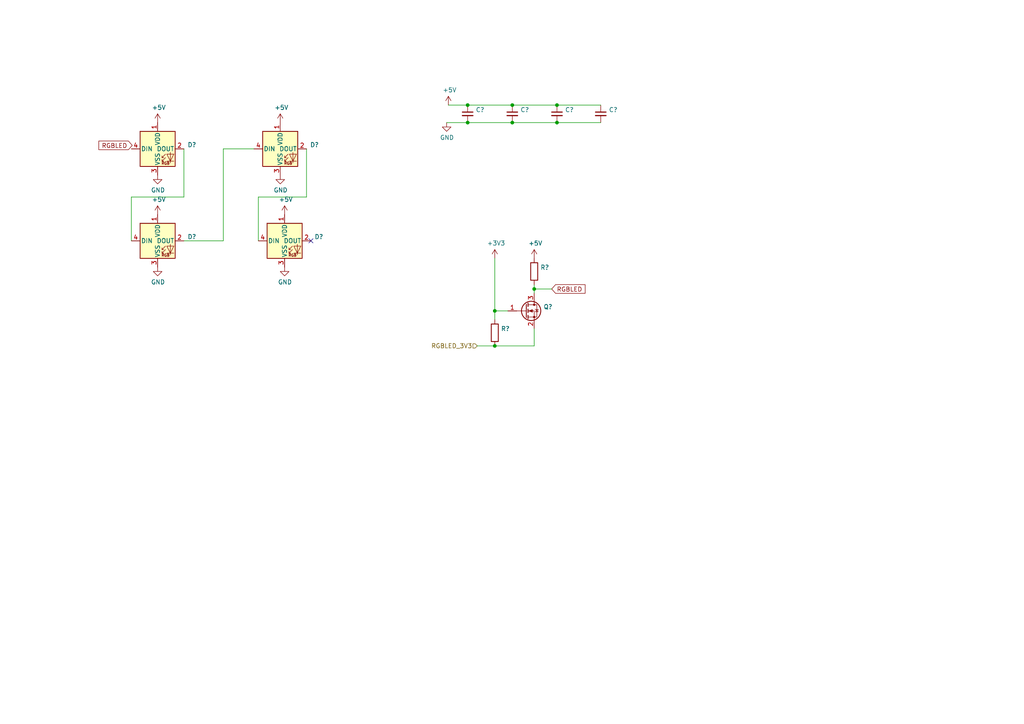
<source format=kicad_sch>
(kicad_sch (version 20211123) (generator eeschema)
  (paper "A4")
  (lib_symbols
    (symbol "Device:C_Small" (pin_numbers hide) (pin_names (offset 0.254) hide)
      (property "Reference" "C" (at 0.254 1.778 0))
      (property "Value" "C_Small" (at 0.254 -2.032 0))
      (symbol "C_Small_0_1"
        (polyline (pts (xy -1.524 -0.508) (xy 1.524 -0.508)) (stroke (width 0.3302)))
        (polyline (pts (xy -1.524 0.508) (xy 1.524 0.508)) (stroke (width 0.3048)))
      )
      (symbol "C_Small_1_1"
        (pin passive line (at 0 2.54 270) (length 2.032) (name "~") (number "1"))
        (pin passive line (at 0 -2.54 90) (length 2.032) (name "~") (number "2"))
      )
    )
    (symbol "Device:R" (pin_numbers hide) (pin_names (offset 0))
      (property "Reference" "R" (at 2.032 0 90))
      (property "Value" "R" (at 0 0 90))
      (symbol "R_0_1"
        (rectangle (start -1.016 -2.54) (end 1.016 2.54) (stroke (width 0.254)))
      )
      (symbol "R_1_1"
        (pin passive line (at 0 3.81 270) (length 1.27) (name "~") (number "1"))
        (pin passive line (at 0 -3.81 90) (length 1.27) (name "~") (number "2"))
      )
    )
    (symbol "LED:WS2812B" (pin_names (offset 0.254))
      (property "Reference" "D" (at 5.08 5.715 0))
      (property "Value" "WS2812B" (at 1.27 -5.715 0))
      (symbol "WS2812B_0_0"
        (text "RGB" (at 2.286 -4.191 0) (effects (font (size 0.762 0.762))))
      )
      (symbol "WS2812B_0_1"
        (polyline (pts (xy 1.27 -3.556) (xy 1.778 -3.556)))
        (polyline (pts (xy 1.27 -2.54) (xy 1.778 -2.54)))
        (polyline (pts (xy 4.699 -3.556) (xy 2.667 -3.556)))
        (polyline (pts (xy 2.286 -2.54) (xy 1.27 -3.556) (xy 1.27 -3.048)))
        (polyline (pts (xy 2.286 -1.524) (xy 1.27 -2.54) (xy 1.27 -2.032)))
        (polyline (pts (xy 3.683 -1.016) (xy 3.683 -3.556) (xy 3.683 -4.064)))
        (polyline (pts (xy 4.699 -1.524) (xy 2.667 -1.524) (xy 3.683 -3.556) (xy 4.699 -1.524)))
        (rectangle (start 5.08 5.08) (end -5.08 -5.08) (stroke (width 0.254)) (fill (type background)))
      )
      (symbol "WS2812B_1_1"
        (pin power_in line (at 0 7.62 270) (length 2.54) (name "VDD") (number "1"))
        (pin output line (at 7.62 0 180) (length 2.54) (name "DOUT") (number "2"))
        (pin power_in line (at 0 -7.62 90) (length 2.54) (name "VSS") (number "3"))
        (pin input line (at -7.62 0 0) (length 2.54) (name "DIN") (number "4"))
      )
    )
    (symbol "Transistor_FET:BSS138" (pin_names hide)
      (property "Reference" "Q" (at 5.08 1.905 0))
      (property "Value" "BSS138" (at 5.08 0 0))
      (symbol "BSS138_0_1"
        (polyline (pts (xy 0.254 0) (xy -2.54 0)))
        (polyline (pts (xy 0.254 1.905) (xy 0.254 -1.905)) (stroke (width 0.254)))
        (polyline (pts (xy 0.762 -1.27) (xy 0.762 -2.286)) (stroke (width 0.254)))
        (polyline (pts (xy 0.762 0.508) (xy 0.762 -0.508)) (stroke (width 0.254)))
        (polyline (pts (xy 0.762 2.286) (xy 0.762 1.27)) (stroke (width 0.254)))
        (polyline (pts (xy 2.54 2.54) (xy 2.54 1.778)))
        (polyline (pts (xy 2.54 -2.54) (xy 2.54 0) (xy 0.762 0)))
        (polyline (pts (xy 0.762 -1.778) (xy 3.302 -1.778) (xy 3.302 1.778) (xy 0.762 1.778)))
        (polyline (pts (xy 1.016 0) (xy 2.032 0.381) (xy 2.032 -0.381) (xy 1.016 0)) (fill (type outline)))
        (polyline (pts (xy 2.794 0.508) (xy 2.921 0.381) (xy 3.683 0.381) (xy 3.81 0.254)))
        (polyline (pts (xy 3.302 0.381) (xy 2.921 -0.254) (xy 3.683 -0.254) (xy 3.302 0.381)))
        (circle (center 1.651 0) (radius 2.794) (stroke (width 0.254)))
        (circle (center 2.54 -1.778) (radius 0.254) (fill (type outline)))
        (circle (center 2.54 1.778) (radius 0.254) (fill (type outline)))
      )
      (symbol "BSS138_1_1"
        (pin input line (at -5.08 0 0) (length 2.54) (name "G") (number "1"))
        (pin passive line (at 2.54 -5.08 90) (length 2.54) (name "S") (number "2"))
        (pin passive line (at 2.54 5.08 270) (length 2.54) (name "D") (number "3"))
      )
    )
    (symbol "power:+3V3" (power) (pin_names (offset 0))
      (property "Value" "+3V3" (at 0 3.556 0))
      (symbol "+3V3_0_1"
        (polyline (pts (xy -0.762 1.27) (xy 0 2.54)))
        (polyline (pts (xy 0 0) (xy 0 2.54)))
        (polyline (pts (xy 0 2.54) (xy 0.762 1.27)))
      )
      (symbol "+3V3_1_1"
        (pin power_in line (at 0 0 90) (length 0) hide (name "+3V3") (number "1"))
      )
    )
    (symbol "power:+5V" (power) (pin_names (offset 0))
      (property "Value" "+5V" (at 0 3.556 0))
      (symbol "+5V_0_1"
        (polyline (pts (xy -0.762 1.27) (xy 0 2.54)))
        (polyline (pts (xy 0 0) (xy 0 2.54)))
        (polyline (pts (xy 0 2.54) (xy 0.762 1.27)))
      )
      (symbol "+5V_1_1"
        (pin power_in line (at 0 0 90) (length 0) hide (name "+5V") (number "1"))
      )
    )
    (symbol "power:GND" (power) (pin_names (offset 0))
      (property "Value" "GND" (at 0 -3.81 0))
      (symbol "GND_0_1"
        (polyline (pts (xy 0 0) (xy 0 -1.27) (xy 1.27 -1.27) (xy 0 -2.54) (xy -1.27 -1.27) (xy 0 -1.27)))
      )
      (symbol "GND_1_1"
        (pin power_in line (at 0 0 270) (length 0) hide (name "GND") (number "1"))
      )
    )
  )
  (junction (at 143.51 100.33))
  (junction (at 143.51 90.17))
  (junction (at 135.636 35.56))
  (junction (at 154.94 83.82))
  (junction (at 135.636 30.48))
  (junction (at 161.544 35.56))
  (junction (at 161.544 30.48))
  (junction (at 148.59 30.48))
  (junction (at 148.59 35.56))
  (no_connect (at 90.17 69.85))
  (wire (pts (xy 135.636 35.56) (xy 148.59 35.56)))
  (wire (pts (xy 53.34 69.85) (xy 64.77 69.85)))
  (wire (pts (xy 154.94 95.25) (xy 154.94 100.33)))
  (wire (pts (xy 154.94 83.82) (xy 154.94 82.55)))
  (wire (pts (xy 143.51 90.17) (xy 147.32 90.17)))
  (wire (pts (xy 154.94 100.33) (xy 143.51 100.33)))
  (wire (pts (xy 135.636 30.48) (xy 148.59 30.48)))
  (wire (pts (xy 148.59 35.56) (xy 161.544 35.56)))
  (wire (pts (xy 143.51 90.17) (xy 143.51 74.93)))
  (wire (pts (xy 160.02 83.82) (xy 154.94 83.82)))
  (wire (pts (xy 74.93 57.15) (xy 74.93 69.85)))
  (wire (pts (xy 88.9 43.18) (xy 88.9 57.15)))
  (wire (pts (xy 53.34 43.18) (xy 53.34 57.15)))
  (wire (pts (xy 88.9 57.15) (xy 74.93 57.15)))
  (wire (pts (xy 64.77 43.18) (xy 73.66 43.18)))
  (wire (pts (xy 161.544 30.48) (xy 174.244 30.48)))
  (wire (pts (xy 38.1 57.15) (xy 38.1 69.85)))
  (wire (pts (xy 154.94 85.09) (xy 154.94 83.82)))
  (wire (pts (xy 143.51 92.71) (xy 143.51 90.17)))
  (wire (pts (xy 161.544 35.56) (xy 174.244 35.56)))
  (wire (pts (xy 53.34 57.15) (xy 38.1 57.15)))
  (wire (pts (xy 148.59 30.48) (xy 161.544 30.48)))
  (wire (pts (xy 143.51 100.33) (xy 138.43 100.33)))
  (wire (pts (xy 64.77 69.85) (xy 64.77 43.18)))
  (wire (pts (xy 130.048 30.48) (xy 135.636 30.48)))
  (wire (pts (xy 129.54 35.56) (xy 135.636 35.56)))
  (global_label "RGBLED" (shape input) (at 38.354 42.164 180) (property "Intersheet References" "${INTERSHEET_REFS}" (effects hide)))
  (global_label "RGBLED" (shape input) (at 160.02 83.82 0) (property "Intersheet References" "${INTERSHEET_REFS}" (effects hide)))
  (hierarchical_label "RGBLED_3V3" (shape input) (at 138.43 100.33 180))
  (symbol (lib_id "LED:WS2812B") (at 81.28 43.18 0) (unit 1)
    (property "Reference" "D?" (at 89.9414 42.0116 0) (effects (justify left)))
    (property "Datasheet" "https://cdn-shop.adafruit.com/datasheets/WS2812B.pdf" (effects hide))
  )
  (symbol (lib_id "LED:WS2812B") (at 82.55 69.85 0) (unit 1)
    (property "Reference" "D?" (at 91.2114 68.6816 0) (effects (justify left)))
    (property "Datasheet" "https://cdn-shop.adafruit.com/datasheets/WS2812B.pdf" (effects hide))
  )
  (symbol (lib_id "power:+5V") (at 130.048 30.48 0) (unit 1)
    (property "Reference" "#PWR?" (effects hide))
  )
  (symbol (lib_id "power:GND") (at 82.55 77.47 0) (unit 1)
    (property "Reference" "#PWR?" (effects hide))
  )
  (symbol (lib_id "power:GND") (at 45.72 50.8 0) (unit 1)
    (property "Reference" "#PWR?" (effects hide))
  )
  (symbol (lib_id "Device:C_Small") (at 135.636 33.02 0) (unit 1)
    (property "Reference" "C?" (at 137.9728 31.8516 0) (effects (justify left)))
  )
  (symbol (lib_id "power:GND") (at 45.72 77.47 0) (unit 1)
    (property "Reference" "#PWR?" (effects hide))
  )
  (symbol (lib_id "power:GND") (at 81.28 50.8 0) (unit 1)
    (property "Reference" "#PWR?" (effects hide))
  )
  (symbol (lib_id "power:+5V") (at 45.72 62.23 0) (unit 1)
    (property "Reference" "#PWR?" (effects hide))
  )
  (symbol (lib_id "power:GND") (at 129.54 35.56 0) (unit 1)
    (property "Reference" "#PWR?" (effects hide))
  )
  (symbol (lib_id "LED:WS2812B") (at 45.72 43.18 0) (unit 1)
    (property "Reference" "D?" (at 54.3814 42.0116 0) (effects (justify left)))
    (property "Datasheet" "https://cdn-shop.adafruit.com/datasheets/WS2812B.pdf" (effects hide))
  )
  (symbol (lib_id "LED:WS2812B") (at 45.72 69.85 0) (unit 1)
    (property "Reference" "D?" (at 54.3814 68.6816 0) (effects (justify left)))
    (property "Datasheet" "https://cdn-shop.adafruit.com/datasheets/WS2812B.pdf" (effects hide))
  )
  (symbol (lib_id "power:+5V") (at 45.72 35.56 0) (unit 1)
    (property "Reference" "#PWR?" (effects hide))
  )
  (symbol (lib_id "Device:C_Small") (at 161.544 33.02 0) (unit 1)
    (property "Reference" "C?" (at 163.8808 31.8516 0) (effects (justify left)))
  )
  (symbol (lib_id "power:+5V") (at 82.55 62.23 0) (unit 1)
    (property "Reference" "#PWR?" (effects hide))
  )
  (symbol (lib_id "Device:C_Small") (at 148.59 33.02 0) (unit 1)
    (property "Reference" "C?" (at 150.9268 31.8516 0) (effects (justify left)))
  )
  (symbol (lib_id "Device:C_Small") (at 174.244 33.02 0) (unit 1)
    (property "Reference" "C?" (at 176.5808 31.8516 0) (effects (justify left)))
  )
  (symbol (lib_id "power:+5V") (at 81.28 35.56 0) (unit 1)
    (property "Reference" "#PWR?" (effects hide))
  )
  (symbol (lib_id "Transistor_FET:BSS138") (at 152.4 90.17 0) (unit 1)
    (property "Reference" "Q?" (at 157.6324 89.0016 0) (effects (justify left)))
    (property "Datasheet" "https://www.fairchildsemi.com/datasheets/BS/BSS138.pdf" (effects hide))
  )
  (symbol (lib_id "Device:R") (at 143.51 96.52 0) (unit 1)
    (property "Reference" "R?" (at 145.288 95.3516 0) (effects (justify left)))
  )
  (symbol (lib_id "Device:R") (at 154.94 78.74 0) (unit 1)
    (property "Reference" "R?" (at 156.718 77.5716 0) (effects (justify left)))
  )
  (symbol (lib_id "power:+5V") (at 154.94 74.93 0) (unit 1)
    (property "Reference" "#PWR?" (effects hide))
  )
  (symbol (lib_id "power:+3V3") (at 143.51 74.93 0) (unit 1)
    (property "Reference" "#PWR?" (effects hide))
  )
)
</source>
